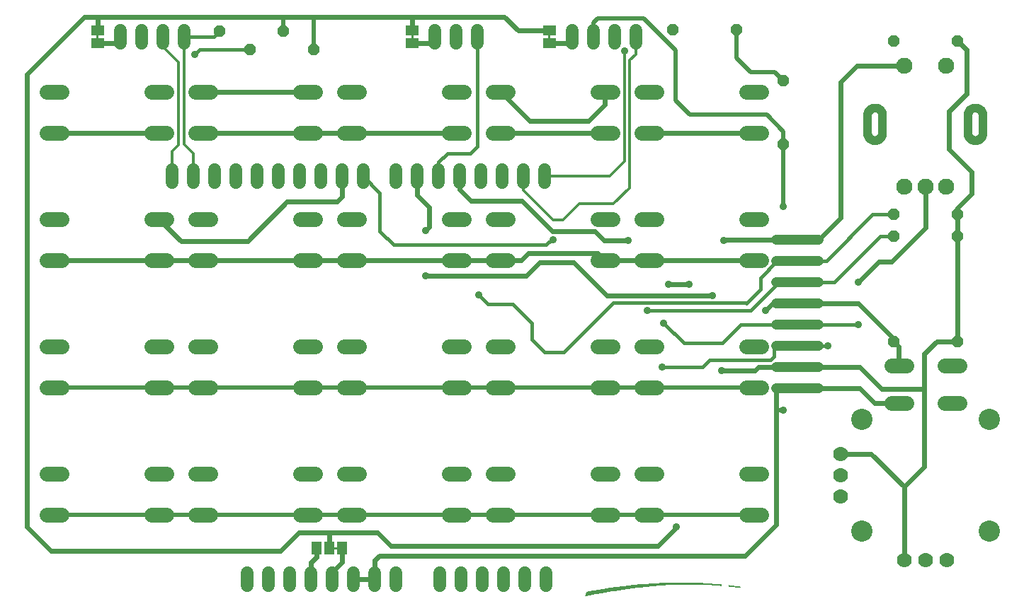
<source format=gbr>
G04 EAGLE Gerber RS-274X export*
G75*
%MOMM*%
%FSLAX34Y34*%
%LPD*%
%INTop Copper*%
%IPPOS*%
%AMOC8*
5,1,8,0,0,1.08239X$1,22.5*%
G01*
%ADD10R,0.076200X0.038100*%
%ADD11R,0.266700X0.038100*%
%ADD12R,0.419100X0.038100*%
%ADD13R,0.609600X0.038100*%
%ADD14R,0.838200X0.038100*%
%ADD15R,1.028700X0.038100*%
%ADD16R,1.219200X0.038100*%
%ADD17R,1.447800X0.038100*%
%ADD18R,1.600200X0.038100*%
%ADD19R,1.828800X0.038100*%
%ADD20R,2.019300X0.038100*%
%ADD21R,2.247900X0.038100*%
%ADD22R,2.438400X0.038100*%
%ADD23R,2.514600X0.038100*%
%ADD24R,2.552700X0.038100*%
%ADD25R,2.590800X0.038100*%
%ADD26R,2.667000X0.038100*%
%ADD27R,2.628900X0.038100*%
%ADD28R,2.705100X0.038100*%
%ADD29R,2.743200X0.038100*%
%ADD30R,2.781300X0.038100*%
%ADD31R,2.819400X0.038100*%
%ADD32R,2.857500X0.038100*%
%ADD33R,2.895600X0.038100*%
%ADD34R,2.933700X0.038100*%
%ADD35R,0.190500X0.038100*%
%ADD36R,3.009900X0.038100*%
%ADD37R,0.723900X0.038100*%
%ADD38R,3.162300X0.038100*%
%ADD39R,1.181100X0.038100*%
%ADD40R,3.200400X0.038100*%
%ADD41R,1.066800X0.038100*%
%ADD42R,3.238500X0.038100*%
%ADD43R,3.390900X0.038100*%
%ADD44R,0.381000X0.038100*%
%ADD45R,3.505200X0.038100*%
%ADD46R,3.733800X0.038100*%
%ADD47R,1.143000X0.038100*%
%ADD48R,4.000500X0.038100*%
%ADD49R,1.714500X0.038100*%
%ADD50R,4.419600X0.038100*%
%ADD51R,2.095500X0.038100*%
%ADD52R,8.610600X0.038100*%
%ADD53R,7.696200X0.038100*%
%ADD54R,6.515100X0.038100*%
%ADD55R,5.219700X0.038100*%
%ADD56C,1.524000*%
%ADD57C,1.790700*%
%ADD58C,2.540000*%
%ADD59C,1.778000*%
%ADD60C,1.778000*%
%ADD61C,1.930400*%
%ADD62C,1.016000*%
%ADD63R,1.168400X1.600200*%
%ADD64P,1.429621X8X202.500000*%
%ADD65P,1.429621X8X22.500000*%
%ADD66P,1.429621X8X112.500000*%
%ADD67R,1.600200X1.168400*%
%ADD68C,0.609600*%
%ADD69C,0.508000*%
%ADD70C,0.889000*%
%ADD71C,0.304800*%
%ADD72C,1.143000*%
%ADD73C,0.406400*%
%ADD74C,0.254000*%


D10*
X687245Y4915D03*
D11*
X688198Y5296D03*
D12*
X689341Y5677D03*
D13*
X690293Y6058D03*
D14*
X691436Y6439D03*
D15*
X692389Y6820D03*
D16*
X693341Y7201D03*
D17*
X694484Y7582D03*
D18*
X695627Y7963D03*
D19*
X696770Y8344D03*
D20*
X697723Y8725D03*
D21*
X698866Y9106D03*
D22*
X700199Y9487D03*
D23*
X702104Y9868D03*
D24*
X704200Y10249D03*
X706105Y10630D03*
D25*
X708581Y11011D03*
D26*
X710867Y11392D03*
D27*
X713344Y11773D03*
D28*
X715630Y12154D03*
X717916Y12535D03*
D29*
X720773Y12916D03*
D30*
X723250Y13297D03*
D31*
X725726Y13678D03*
D32*
X728584Y14059D03*
D33*
X731441Y14440D03*
D34*
X734299Y14821D03*
X737347Y15202D03*
D35*
X870920Y15118D03*
D36*
X740395Y15583D03*
D37*
X868634Y15499D03*
D38*
X743824Y15964D03*
D39*
X865586Y15880D03*
D40*
X747443Y16345D03*
D41*
X863110Y16261D03*
D42*
X751063Y16726D03*
D37*
X861395Y16642D03*
D43*
X754873Y17107D03*
D35*
X848599Y17107D03*
D44*
X860062Y17023D03*
D45*
X758873Y17488D03*
D13*
X846503Y17488D03*
D10*
X858538Y17404D03*
D46*
X764207Y17869D03*
D47*
X843836Y17869D03*
D48*
X769351Y18250D03*
D49*
X841360Y18250D03*
D50*
X775256Y18631D03*
D51*
X836788Y18631D03*
D52*
X800402Y19012D03*
D53*
X800783Y19393D03*
D54*
X800974Y19774D03*
D55*
X800974Y20155D03*
D46*
X800783Y20536D03*
D10*
X849554Y17892D03*
D56*
X192481Y500126D02*
X192481Y515366D01*
X217881Y515366D02*
X217881Y500126D01*
X243281Y500126D02*
X243281Y515366D01*
X268681Y515366D02*
X268681Y500126D01*
X294081Y500126D02*
X294081Y515366D01*
X319481Y515366D02*
X319481Y500126D01*
X344881Y500126D02*
X344881Y515366D01*
X370281Y515366D02*
X370281Y500126D01*
X395681Y500126D02*
X395681Y515366D01*
X421081Y515366D02*
X421081Y500126D01*
X460451Y500126D02*
X460451Y515366D01*
X485851Y515366D02*
X485851Y500126D01*
X511251Y500126D02*
X511251Y515366D01*
X536651Y515366D02*
X536651Y500126D01*
X562051Y500126D02*
X562051Y515366D01*
X587451Y515366D02*
X587451Y500126D01*
X612851Y500126D02*
X612851Y515366D01*
X638251Y515366D02*
X638251Y500126D01*
X512521Y32766D02*
X512521Y17526D01*
X537921Y17526D02*
X537921Y32766D01*
X563321Y32766D02*
X563321Y17526D01*
X588721Y17526D02*
X588721Y32766D01*
X614121Y32766D02*
X614121Y17526D01*
X639521Y17526D02*
X639521Y32766D01*
X282651Y32766D02*
X282651Y17526D01*
X308051Y17526D02*
X308051Y32766D01*
X333451Y32766D02*
X333451Y17526D01*
X358851Y17526D02*
X358851Y32766D01*
X384251Y32766D02*
X384251Y17526D01*
X409651Y17526D02*
X409651Y32766D01*
X435051Y32766D02*
X435051Y17526D01*
X460451Y17526D02*
X460451Y32766D01*
D57*
X60770Y559308D02*
X42863Y559308D01*
X167831Y559308D02*
X185738Y559308D01*
X60770Y609092D02*
X42863Y609092D01*
X167831Y609092D02*
X185738Y609092D01*
X220663Y559308D02*
X238570Y559308D01*
X345631Y559308D02*
X363538Y559308D01*
X238570Y609092D02*
X220663Y609092D01*
X345631Y609092D02*
X363538Y609092D01*
X398463Y559308D02*
X416370Y559308D01*
X523431Y559308D02*
X541338Y559308D01*
X416370Y609092D02*
X398463Y609092D01*
X523431Y609092D02*
X541338Y609092D01*
X576263Y559308D02*
X594170Y559308D01*
X701231Y559308D02*
X719138Y559308D01*
X594170Y609092D02*
X576263Y609092D01*
X701231Y609092D02*
X719138Y609092D01*
X754063Y559308D02*
X771970Y559308D01*
X879031Y559308D02*
X896938Y559308D01*
X771970Y609092D02*
X754063Y609092D01*
X879031Y609092D02*
X896938Y609092D01*
X60770Y406908D02*
X42863Y406908D01*
X167831Y406908D02*
X185738Y406908D01*
X60770Y456692D02*
X42863Y456692D01*
X167831Y456692D02*
X185738Y456692D01*
X220663Y406908D02*
X238570Y406908D01*
X345631Y406908D02*
X363538Y406908D01*
X238570Y456692D02*
X220663Y456692D01*
X345631Y456692D02*
X363538Y456692D01*
X398463Y406908D02*
X416370Y406908D01*
X523431Y406908D02*
X541338Y406908D01*
X416370Y456692D02*
X398463Y456692D01*
X523431Y456692D02*
X541338Y456692D01*
X576263Y406908D02*
X594170Y406908D01*
X701231Y406908D02*
X719138Y406908D01*
X594170Y456692D02*
X576263Y456692D01*
X701231Y456692D02*
X719138Y456692D01*
X754063Y406908D02*
X771970Y406908D01*
X879031Y406908D02*
X896938Y406908D01*
X771970Y456692D02*
X754063Y456692D01*
X879031Y456692D02*
X896938Y456692D01*
X60770Y254508D02*
X42863Y254508D01*
X167831Y254508D02*
X185738Y254508D01*
X60770Y304292D02*
X42863Y304292D01*
X167831Y304292D02*
X185738Y304292D01*
X220663Y254508D02*
X238570Y254508D01*
X345631Y254508D02*
X363538Y254508D01*
X238570Y304292D02*
X220663Y304292D01*
X345631Y304292D02*
X363538Y304292D01*
X398463Y254508D02*
X416370Y254508D01*
X523431Y254508D02*
X541338Y254508D01*
X416370Y304292D02*
X398463Y304292D01*
X523431Y304292D02*
X541338Y304292D01*
X576263Y254508D02*
X594170Y254508D01*
X701231Y254508D02*
X719138Y254508D01*
X594170Y304292D02*
X576263Y304292D01*
X701231Y304292D02*
X719138Y304292D01*
X754063Y254508D02*
X771970Y254508D01*
X879031Y254508D02*
X896938Y254508D01*
X771970Y304292D02*
X754063Y304292D01*
X879031Y304292D02*
X896938Y304292D01*
X60770Y102108D02*
X42863Y102108D01*
X167831Y102108D02*
X185738Y102108D01*
X60770Y151892D02*
X42863Y151892D01*
X167831Y151892D02*
X185738Y151892D01*
X220663Y102108D02*
X238570Y102108D01*
X345631Y102108D02*
X363538Y102108D01*
X238570Y151892D02*
X220663Y151892D01*
X345631Y151892D02*
X363538Y151892D01*
X398463Y102108D02*
X416370Y102108D01*
X523431Y102108D02*
X541338Y102108D01*
X416370Y151892D02*
X398463Y151892D01*
X523431Y151892D02*
X541338Y151892D01*
X576263Y102108D02*
X594170Y102108D01*
X701231Y102108D02*
X719138Y102108D01*
X594170Y151892D02*
X576263Y151892D01*
X701231Y151892D02*
X719138Y151892D01*
X754063Y102108D02*
X771970Y102108D01*
X879031Y102108D02*
X896938Y102108D01*
X771970Y151892D02*
X754063Y151892D01*
X879031Y151892D02*
X896938Y151892D01*
D58*
X1016800Y216675D03*
X1169200Y216675D03*
X1169200Y83325D03*
X1016800Y83325D03*
D59*
X1118400Y48400D03*
X1093000Y48400D03*
X1067600Y48400D03*
X991400Y150000D03*
X991400Y124600D03*
X991400Y175400D03*
D60*
X1115860Y236200D02*
X1133640Y236200D01*
X1070140Y236200D02*
X1052360Y236200D01*
X1052360Y281200D02*
X1070140Y281200D01*
X1115860Y281200D02*
X1133640Y281200D01*
D61*
X1068000Y495000D03*
X1093000Y495000D03*
X1118000Y495000D03*
X1068000Y640000D03*
X1118000Y640000D03*
D62*
X1144000Y580500D02*
X1144000Y559500D01*
X1162000Y559500D02*
X1162000Y580500D01*
X1161997Y580719D01*
X1161989Y580938D01*
X1161976Y581157D01*
X1161957Y581375D01*
X1161933Y581593D01*
X1161904Y581810D01*
X1161870Y582027D01*
X1161830Y582242D01*
X1161785Y582457D01*
X1161734Y582670D01*
X1161679Y582882D01*
X1161618Y583093D01*
X1161553Y583302D01*
X1161482Y583509D01*
X1161406Y583715D01*
X1161325Y583919D01*
X1161240Y584121D01*
X1161149Y584320D01*
X1161054Y584517D01*
X1160953Y584712D01*
X1160848Y584905D01*
X1160739Y585095D01*
X1160625Y585282D01*
X1160506Y585466D01*
X1160383Y585647D01*
X1160255Y585825D01*
X1160123Y586001D01*
X1159987Y586172D01*
X1159847Y586341D01*
X1159703Y586506D01*
X1159555Y586667D01*
X1159403Y586825D01*
X1159247Y586979D01*
X1159087Y587129D01*
X1158924Y587276D01*
X1158757Y587418D01*
X1158587Y587556D01*
X1158413Y587690D01*
X1158237Y587820D01*
X1158057Y587945D01*
X1157874Y588066D01*
X1157688Y588182D01*
X1157500Y588294D01*
X1157309Y588401D01*
X1157115Y588504D01*
X1156919Y588602D01*
X1156721Y588695D01*
X1156520Y588783D01*
X1156317Y588866D01*
X1156112Y588945D01*
X1155906Y589018D01*
X1155698Y589086D01*
X1155488Y589149D01*
X1155276Y589207D01*
X1155064Y589260D01*
X1154850Y589308D01*
X1154635Y589350D01*
X1154419Y589387D01*
X1154202Y589419D01*
X1153984Y589446D01*
X1153766Y589467D01*
X1153548Y589483D01*
X1153329Y589494D01*
X1153110Y589499D01*
X1152890Y589499D01*
X1152671Y589494D01*
X1152452Y589483D01*
X1152234Y589467D01*
X1152016Y589446D01*
X1151798Y589419D01*
X1151581Y589387D01*
X1151365Y589350D01*
X1151150Y589308D01*
X1150936Y589260D01*
X1150724Y589207D01*
X1150512Y589149D01*
X1150302Y589086D01*
X1150094Y589018D01*
X1149888Y588945D01*
X1149683Y588866D01*
X1149480Y588783D01*
X1149279Y588695D01*
X1149081Y588602D01*
X1148885Y588504D01*
X1148691Y588401D01*
X1148500Y588294D01*
X1148312Y588182D01*
X1148126Y588066D01*
X1147943Y587945D01*
X1147763Y587820D01*
X1147587Y587690D01*
X1147413Y587556D01*
X1147243Y587418D01*
X1147076Y587276D01*
X1146913Y587129D01*
X1146753Y586979D01*
X1146597Y586825D01*
X1146445Y586667D01*
X1146297Y586506D01*
X1146153Y586341D01*
X1146013Y586172D01*
X1145877Y586001D01*
X1145745Y585825D01*
X1145617Y585647D01*
X1145494Y585466D01*
X1145375Y585282D01*
X1145261Y585095D01*
X1145152Y584905D01*
X1145047Y584712D01*
X1144946Y584517D01*
X1144851Y584320D01*
X1144760Y584121D01*
X1144675Y583919D01*
X1144594Y583715D01*
X1144518Y583509D01*
X1144447Y583302D01*
X1144382Y583093D01*
X1144321Y582882D01*
X1144266Y582670D01*
X1144215Y582457D01*
X1144170Y582242D01*
X1144130Y582027D01*
X1144096Y581810D01*
X1144067Y581593D01*
X1144043Y581375D01*
X1144024Y581157D01*
X1144011Y580938D01*
X1144003Y580719D01*
X1144000Y580500D01*
X1144000Y559500D02*
X1144003Y559281D01*
X1144011Y559062D01*
X1144024Y558843D01*
X1144043Y558625D01*
X1144067Y558407D01*
X1144096Y558190D01*
X1144130Y557973D01*
X1144170Y557758D01*
X1144215Y557543D01*
X1144266Y557330D01*
X1144321Y557118D01*
X1144382Y556907D01*
X1144447Y556698D01*
X1144518Y556491D01*
X1144594Y556285D01*
X1144675Y556081D01*
X1144760Y555879D01*
X1144851Y555680D01*
X1144946Y555483D01*
X1145047Y555288D01*
X1145152Y555095D01*
X1145261Y554905D01*
X1145375Y554718D01*
X1145494Y554534D01*
X1145617Y554353D01*
X1145745Y554175D01*
X1145877Y553999D01*
X1146013Y553828D01*
X1146153Y553659D01*
X1146297Y553494D01*
X1146445Y553333D01*
X1146597Y553175D01*
X1146753Y553021D01*
X1146913Y552871D01*
X1147076Y552724D01*
X1147243Y552582D01*
X1147413Y552444D01*
X1147587Y552310D01*
X1147763Y552180D01*
X1147943Y552055D01*
X1148126Y551934D01*
X1148312Y551818D01*
X1148500Y551706D01*
X1148691Y551599D01*
X1148885Y551496D01*
X1149081Y551398D01*
X1149279Y551305D01*
X1149480Y551217D01*
X1149683Y551134D01*
X1149888Y551055D01*
X1150094Y550982D01*
X1150302Y550914D01*
X1150512Y550851D01*
X1150724Y550793D01*
X1150936Y550740D01*
X1151150Y550692D01*
X1151365Y550650D01*
X1151581Y550613D01*
X1151798Y550581D01*
X1152016Y550554D01*
X1152234Y550533D01*
X1152452Y550517D01*
X1152671Y550506D01*
X1152890Y550501D01*
X1153110Y550501D01*
X1153329Y550506D01*
X1153548Y550517D01*
X1153766Y550533D01*
X1153984Y550554D01*
X1154202Y550581D01*
X1154419Y550613D01*
X1154635Y550650D01*
X1154850Y550692D01*
X1155064Y550740D01*
X1155276Y550793D01*
X1155488Y550851D01*
X1155698Y550914D01*
X1155906Y550982D01*
X1156112Y551055D01*
X1156317Y551134D01*
X1156520Y551217D01*
X1156721Y551305D01*
X1156919Y551398D01*
X1157115Y551496D01*
X1157309Y551599D01*
X1157500Y551706D01*
X1157688Y551818D01*
X1157874Y551934D01*
X1158057Y552055D01*
X1158237Y552180D01*
X1158413Y552310D01*
X1158587Y552444D01*
X1158757Y552582D01*
X1158924Y552724D01*
X1159087Y552871D01*
X1159247Y553021D01*
X1159403Y553175D01*
X1159555Y553333D01*
X1159703Y553494D01*
X1159847Y553659D01*
X1159987Y553828D01*
X1160123Y553999D01*
X1160255Y554175D01*
X1160383Y554353D01*
X1160506Y554534D01*
X1160625Y554718D01*
X1160739Y554905D01*
X1160848Y555095D01*
X1160953Y555288D01*
X1161054Y555483D01*
X1161149Y555680D01*
X1161240Y555879D01*
X1161325Y556081D01*
X1161406Y556285D01*
X1161482Y556491D01*
X1161553Y556698D01*
X1161618Y556907D01*
X1161679Y557118D01*
X1161734Y557330D01*
X1161785Y557543D01*
X1161830Y557758D01*
X1161870Y557973D01*
X1161904Y558190D01*
X1161933Y558407D01*
X1161957Y558625D01*
X1161976Y558843D01*
X1161989Y559062D01*
X1161997Y559281D01*
X1162000Y559500D01*
X1042000Y559500D02*
X1042000Y580500D01*
X1024000Y580500D02*
X1024000Y559500D01*
X1024003Y559281D01*
X1024011Y559062D01*
X1024024Y558843D01*
X1024043Y558625D01*
X1024067Y558407D01*
X1024096Y558190D01*
X1024130Y557973D01*
X1024170Y557758D01*
X1024215Y557543D01*
X1024266Y557330D01*
X1024321Y557118D01*
X1024382Y556907D01*
X1024447Y556698D01*
X1024518Y556491D01*
X1024594Y556285D01*
X1024675Y556081D01*
X1024760Y555879D01*
X1024851Y555680D01*
X1024946Y555483D01*
X1025047Y555288D01*
X1025152Y555095D01*
X1025261Y554905D01*
X1025375Y554718D01*
X1025494Y554534D01*
X1025617Y554353D01*
X1025745Y554175D01*
X1025877Y553999D01*
X1026013Y553828D01*
X1026153Y553659D01*
X1026297Y553494D01*
X1026445Y553333D01*
X1026597Y553175D01*
X1026753Y553021D01*
X1026913Y552871D01*
X1027076Y552724D01*
X1027243Y552582D01*
X1027413Y552444D01*
X1027587Y552310D01*
X1027763Y552180D01*
X1027943Y552055D01*
X1028126Y551934D01*
X1028312Y551818D01*
X1028500Y551706D01*
X1028691Y551599D01*
X1028885Y551496D01*
X1029081Y551398D01*
X1029279Y551305D01*
X1029480Y551217D01*
X1029683Y551134D01*
X1029888Y551055D01*
X1030094Y550982D01*
X1030302Y550914D01*
X1030512Y550851D01*
X1030724Y550793D01*
X1030936Y550740D01*
X1031150Y550692D01*
X1031365Y550650D01*
X1031581Y550613D01*
X1031798Y550581D01*
X1032016Y550554D01*
X1032234Y550533D01*
X1032452Y550517D01*
X1032671Y550506D01*
X1032890Y550501D01*
X1033110Y550501D01*
X1033329Y550506D01*
X1033548Y550517D01*
X1033766Y550533D01*
X1033984Y550554D01*
X1034202Y550581D01*
X1034419Y550613D01*
X1034635Y550650D01*
X1034850Y550692D01*
X1035064Y550740D01*
X1035276Y550793D01*
X1035488Y550851D01*
X1035698Y550914D01*
X1035906Y550982D01*
X1036112Y551055D01*
X1036317Y551134D01*
X1036520Y551217D01*
X1036721Y551305D01*
X1036919Y551398D01*
X1037115Y551496D01*
X1037309Y551599D01*
X1037500Y551706D01*
X1037688Y551818D01*
X1037874Y551934D01*
X1038057Y552055D01*
X1038237Y552180D01*
X1038413Y552310D01*
X1038587Y552444D01*
X1038757Y552582D01*
X1038924Y552724D01*
X1039087Y552871D01*
X1039247Y553021D01*
X1039403Y553175D01*
X1039555Y553333D01*
X1039703Y553494D01*
X1039847Y553659D01*
X1039987Y553828D01*
X1040123Y553999D01*
X1040255Y554175D01*
X1040383Y554353D01*
X1040506Y554534D01*
X1040625Y554718D01*
X1040739Y554905D01*
X1040848Y555095D01*
X1040953Y555288D01*
X1041054Y555483D01*
X1041149Y555680D01*
X1041240Y555879D01*
X1041325Y556081D01*
X1041406Y556285D01*
X1041482Y556491D01*
X1041553Y556698D01*
X1041618Y556907D01*
X1041679Y557118D01*
X1041734Y557330D01*
X1041785Y557543D01*
X1041830Y557758D01*
X1041870Y557973D01*
X1041904Y558190D01*
X1041933Y558407D01*
X1041957Y558625D01*
X1041976Y558843D01*
X1041989Y559062D01*
X1041997Y559281D01*
X1042000Y559500D01*
X1042000Y580500D02*
X1041997Y580719D01*
X1041989Y580938D01*
X1041976Y581157D01*
X1041957Y581375D01*
X1041933Y581593D01*
X1041904Y581810D01*
X1041870Y582027D01*
X1041830Y582242D01*
X1041785Y582457D01*
X1041734Y582670D01*
X1041679Y582882D01*
X1041618Y583093D01*
X1041553Y583302D01*
X1041482Y583509D01*
X1041406Y583715D01*
X1041325Y583919D01*
X1041240Y584121D01*
X1041149Y584320D01*
X1041054Y584517D01*
X1040953Y584712D01*
X1040848Y584905D01*
X1040739Y585095D01*
X1040625Y585282D01*
X1040506Y585466D01*
X1040383Y585647D01*
X1040255Y585825D01*
X1040123Y586001D01*
X1039987Y586172D01*
X1039847Y586341D01*
X1039703Y586506D01*
X1039555Y586667D01*
X1039403Y586825D01*
X1039247Y586979D01*
X1039087Y587129D01*
X1038924Y587276D01*
X1038757Y587418D01*
X1038587Y587556D01*
X1038413Y587690D01*
X1038237Y587820D01*
X1038057Y587945D01*
X1037874Y588066D01*
X1037688Y588182D01*
X1037500Y588294D01*
X1037309Y588401D01*
X1037115Y588504D01*
X1036919Y588602D01*
X1036721Y588695D01*
X1036520Y588783D01*
X1036317Y588866D01*
X1036112Y588945D01*
X1035906Y589018D01*
X1035698Y589086D01*
X1035488Y589149D01*
X1035276Y589207D01*
X1035064Y589260D01*
X1034850Y589308D01*
X1034635Y589350D01*
X1034419Y589387D01*
X1034202Y589419D01*
X1033984Y589446D01*
X1033766Y589467D01*
X1033548Y589483D01*
X1033329Y589494D01*
X1033110Y589499D01*
X1032890Y589499D01*
X1032671Y589494D01*
X1032452Y589483D01*
X1032234Y589467D01*
X1032016Y589446D01*
X1031798Y589419D01*
X1031581Y589387D01*
X1031365Y589350D01*
X1031150Y589308D01*
X1030936Y589260D01*
X1030724Y589207D01*
X1030512Y589149D01*
X1030302Y589086D01*
X1030094Y589018D01*
X1029888Y588945D01*
X1029683Y588866D01*
X1029480Y588783D01*
X1029279Y588695D01*
X1029081Y588602D01*
X1028885Y588504D01*
X1028691Y588401D01*
X1028500Y588294D01*
X1028312Y588182D01*
X1028126Y588066D01*
X1027943Y587945D01*
X1027763Y587820D01*
X1027587Y587690D01*
X1027413Y587556D01*
X1027243Y587418D01*
X1027076Y587276D01*
X1026913Y587129D01*
X1026753Y586979D01*
X1026597Y586825D01*
X1026445Y586667D01*
X1026297Y586506D01*
X1026153Y586341D01*
X1026013Y586172D01*
X1025877Y586001D01*
X1025745Y585825D01*
X1025617Y585647D01*
X1025494Y585466D01*
X1025375Y585282D01*
X1025261Y585095D01*
X1025152Y584905D01*
X1025047Y584712D01*
X1024946Y584517D01*
X1024851Y584320D01*
X1024760Y584121D01*
X1024675Y583919D01*
X1024594Y583715D01*
X1024518Y583509D01*
X1024447Y583302D01*
X1024382Y583093D01*
X1024321Y582882D01*
X1024266Y582670D01*
X1024215Y582457D01*
X1024170Y582242D01*
X1024130Y582027D01*
X1024096Y581810D01*
X1024067Y581593D01*
X1024043Y581375D01*
X1024024Y581157D01*
X1024011Y580938D01*
X1024003Y580719D01*
X1024000Y580500D01*
D63*
X364998Y62484D03*
X380238Y62484D03*
X395478Y62484D03*
D64*
X1131100Y462000D03*
X1054900Y462000D03*
D65*
X1054900Y670000D03*
X1131100Y670000D03*
X1054900Y436000D03*
X1131100Y436000D03*
D64*
X1131100Y310000D03*
X1054900Y310000D03*
D56*
X130810Y666750D02*
X130810Y681990D01*
X156210Y681990D02*
X156210Y666750D01*
X181610Y666750D02*
X181610Y681990D01*
X207010Y681990D02*
X207010Y666750D01*
X670560Y666750D02*
X670560Y681990D01*
X695960Y681990D02*
X695960Y666750D01*
X721360Y666750D02*
X721360Y681990D01*
X746760Y681990D02*
X746760Y666750D01*
D64*
X325450Y681304D03*
X249250Y681304D03*
X362255Y659282D03*
X286055Y659282D03*
D65*
X791108Y683209D03*
X867308Y683209D03*
D66*
X923239Y546125D03*
X923239Y622325D03*
D56*
X506730Y666750D02*
X506730Y681990D01*
X532130Y681990D02*
X532130Y666750D01*
X557530Y666750D02*
X557530Y681990D01*
D67*
X103378Y681990D03*
X103378Y666750D03*
X643382Y681990D03*
X643382Y666750D03*
X479298Y681990D03*
X479298Y666750D03*
D68*
X585216Y609092D02*
X620141Y574167D01*
X710184Y593598D02*
X710184Y609092D01*
X690753Y574167D02*
X620141Y574167D01*
X690753Y574167D02*
X710184Y593598D01*
D69*
X913028Y632536D02*
X923239Y622325D01*
X913028Y632536D02*
X884301Y632536D01*
X867308Y649529D01*
X867308Y683209D01*
D70*
X733349Y657682D03*
D71*
X733400Y657631D01*
X733400Y525602D01*
X715543Y507746D02*
X638251Y507746D01*
X715543Y507746D02*
X733400Y525602D01*
X612851Y507746D02*
X612851Y490906D01*
X648310Y455447D01*
X660197Y455447D01*
X679399Y474650D02*
X720395Y474650D01*
X739750Y494005D01*
X739750Y646481D02*
X747141Y653872D01*
X747141Y673989D01*
X746760Y674370D01*
X679399Y474650D02*
X660197Y455447D01*
X739750Y494005D02*
X739750Y646481D01*
D68*
X536651Y507746D02*
X536651Y491795D01*
X550164Y478282D01*
D72*
X914400Y355600D02*
X965200Y355600D01*
D70*
X737616Y431038D03*
X785622Y378714D03*
D68*
X810260Y378714D01*
D70*
X810260Y378714D03*
X901954Y346710D03*
D68*
X910844Y355600D01*
X914400Y355600D01*
X965200Y355600D02*
X1012952Y355600D01*
X1054900Y313652D01*
X1054900Y310000D01*
X1061250Y303650D01*
X1061250Y281200D01*
X647012Y442379D02*
X611109Y478282D01*
X694979Y442379D02*
X695207Y442151D01*
X698228Y442151D01*
X709341Y431038D02*
X737616Y431038D01*
X611109Y478282D02*
X550164Y478282D01*
X647012Y442379D02*
X694979Y442379D01*
X698228Y442151D02*
X709341Y431038D01*
D73*
X511251Y507746D02*
X511251Y524586D01*
X521589Y534924D02*
X549021Y534924D01*
X557530Y543433D01*
X557530Y674370D01*
X521589Y534924D02*
X511251Y524586D01*
D70*
X495917Y388833D03*
X495993Y442841D03*
D68*
X485851Y484937D02*
X485851Y507746D01*
X485851Y484937D02*
X500126Y470662D01*
X500126Y446974D01*
X495993Y442841D01*
D72*
X914400Y431800D02*
X965200Y431800D01*
D70*
X838200Y365252D03*
X851916Y431038D03*
D68*
X852678Y431800D01*
X914400Y431800D01*
X965200Y431800D02*
X991362Y457962D01*
X1010840Y640000D02*
X1068000Y640000D01*
X1010840Y640000D02*
X991362Y620522D01*
X991362Y457962D01*
X631698Y404876D02*
X615655Y388833D01*
X631698Y404876D02*
X672338Y404876D01*
X711962Y365252D01*
X838200Y365252D01*
X615655Y388833D02*
X495917Y388833D01*
D70*
X559054Y366014D03*
D72*
X914400Y406400D02*
X923544Y406400D01*
X965200Y406400D01*
D73*
X895858Y372618D02*
X879094Y355854D01*
X895858Y372618D02*
X895858Y386334D01*
X915924Y406400D01*
X923544Y406400D01*
X965200Y406400D02*
X974598Y406400D01*
X1030198Y462000D02*
X1054900Y462000D01*
X1030198Y462000D02*
X974598Y406400D01*
X599440Y354838D02*
X570230Y354838D01*
X599440Y354838D02*
X622300Y331978D01*
X622300Y312420D02*
X637794Y296926D01*
X660400Y296926D01*
X570230Y354838D02*
X559054Y366014D01*
X622300Y331978D02*
X622300Y312420D01*
X660400Y296926D02*
X719618Y356144D01*
X878804Y356144D02*
X879094Y355854D01*
X878804Y356144D02*
X719618Y356144D01*
D68*
X176784Y559308D02*
X51816Y559308D01*
X229616Y559308D02*
X354584Y559308D01*
X407416Y559308D01*
X532384Y559308D01*
X585216Y559308D02*
X710184Y559308D01*
X763016Y559308D02*
X887984Y559308D01*
X176784Y406908D02*
X51816Y406908D01*
X176784Y406908D02*
X229616Y406908D01*
X354584Y406908D02*
X407416Y406908D01*
X532384Y406908D02*
X585216Y406908D01*
X354584Y406908D02*
X229616Y406908D01*
X407416Y406908D02*
X532384Y406908D01*
D69*
X888492Y406908D02*
X889000Y406400D01*
D68*
X763016Y406908D02*
X710184Y406908D01*
X763016Y406908D02*
X888492Y406908D01*
X609854Y406908D02*
X585216Y406908D01*
X701548Y415544D02*
X710184Y406908D01*
X618490Y415544D02*
X609854Y406908D01*
X618490Y415544D02*
X701548Y415544D01*
D69*
X176784Y254508D02*
X51816Y254508D01*
X176784Y254508D02*
X229616Y254508D01*
X355092Y254508D01*
X355600Y254000D01*
X354584Y254508D02*
X407416Y254508D01*
X532384Y254508D01*
X585216Y254508D01*
X710692Y254508D01*
X711200Y254000D01*
X710184Y254508D02*
X763016Y254508D01*
X887984Y254508D01*
X176784Y102108D02*
X51816Y102108D01*
X176784Y102108D02*
X229616Y102108D01*
X355092Y102108D01*
X355600Y101600D01*
X354584Y102108D02*
X407416Y102108D01*
X532384Y102108D01*
X583692Y102108D01*
X584200Y101600D01*
X585216Y102108D02*
X710184Y102108D01*
X763016Y102108D01*
X888492Y102108D01*
X889000Y101600D01*
D72*
X914400Y330200D02*
X965200Y330200D01*
D70*
X780034Y332232D03*
D73*
X965200Y330200D02*
X1013714Y330200D01*
D70*
X1012952Y330200D03*
D73*
X804228Y308039D02*
X780034Y332232D01*
X850075Y308039D02*
X872236Y330200D01*
X914400Y330200D01*
X850075Y308039D02*
X804228Y308039D01*
D72*
X914400Y304800D02*
X965200Y304800D01*
D70*
X778002Y279400D03*
D73*
X826516Y279400D01*
X912114Y302514D02*
X914400Y304800D01*
X912114Y302514D02*
X912114Y292354D01*
X907796Y288036D01*
X835152Y288036D02*
X826516Y279400D01*
X835152Y288036D02*
X907796Y288036D01*
D70*
X976376Y304800D03*
D73*
X965200Y304800D01*
D68*
X354584Y609092D02*
X229616Y609092D01*
X176784Y456692D02*
X203200Y430276D01*
X282702Y430276D01*
X329692Y477266D01*
X390144Y477266D02*
X395986Y483108D01*
X395986Y507441D01*
X390144Y477266D02*
X329692Y477266D01*
X395681Y507746D02*
X395986Y507441D01*
D73*
X457200Y425450D02*
X639826Y425450D01*
X646972Y432596D01*
X647609Y431960D01*
D70*
X647609Y431960D03*
D73*
X457200Y425450D02*
X440944Y441706D01*
X440944Y487883D02*
X421081Y507746D01*
X440944Y487883D02*
X440944Y441706D01*
D72*
X914400Y381000D02*
X965200Y381000D01*
D70*
X760496Y347127D03*
D73*
X883829Y347127D01*
X914400Y377698D02*
X914400Y381000D01*
X914400Y377698D02*
X883829Y347127D01*
X965200Y381000D02*
X983996Y381000D01*
X1038996Y436000D02*
X1054900Y436000D01*
X1038996Y436000D02*
X983996Y381000D01*
D71*
X207010Y674370D02*
X206553Y673913D01*
X206502Y673913D01*
D73*
X207010Y674370D02*
X242316Y674370D01*
X249250Y681304D01*
D71*
X207010Y674370D02*
X207010Y546354D01*
X217932Y535432D01*
X217932Y507797D01*
X217881Y507746D01*
X200025Y644500D02*
X180670Y663854D01*
X180670Y673430D01*
X181610Y674370D01*
D73*
X225323Y659282D02*
X286055Y659282D01*
X225323Y659282D02*
X219456Y653415D01*
D70*
X219456Y653415D03*
D71*
X200025Y644500D02*
X200025Y545211D01*
X192481Y537667D02*
X192481Y507746D01*
X192481Y537667D02*
X200025Y545211D01*
D68*
X364998Y62484D02*
X364998Y51816D01*
X358851Y45669D02*
X358851Y25146D01*
X358851Y45669D02*
X364998Y51816D01*
X384251Y33985D02*
X384251Y25146D01*
X384251Y33985D02*
X395732Y45466D01*
X395732Y62230D01*
D71*
X395478Y62484D01*
D72*
X914400Y254000D02*
X965200Y254000D01*
D68*
X914400Y254000D02*
X914400Y228067D01*
X914400Y90170D01*
X877341Y53111D01*
X435051Y47955D02*
X435051Y25146D01*
X440207Y53111D02*
X877341Y53111D01*
X440207Y53111D02*
X435051Y47955D01*
X435051Y25146D02*
X409651Y25146D01*
D69*
X695960Y674370D02*
X695960Y691464D01*
X701421Y696925D01*
X756056Y696925D01*
X794156Y658825D02*
X794156Y598399D01*
X811301Y581254D01*
D70*
X923163Y471907D03*
X923163Y227609D03*
D69*
X794156Y658825D02*
X756056Y696925D01*
X811301Y581254D02*
X903427Y581254D01*
X923163Y561518D01*
X923163Y471907D01*
X923163Y227609D02*
X914857Y227609D01*
X914400Y228067D01*
X923239Y546125D02*
X923239Y561442D01*
X923163Y561518D01*
D68*
X1093000Y495000D02*
X1093000Y446062D01*
D70*
X1012952Y381000D03*
D68*
X1052322Y405384D02*
X1093000Y446062D01*
X1037336Y405384D02*
X1012952Y381000D01*
X1037336Y405384D02*
X1052322Y405384D01*
X1061250Y236200D02*
X1032530Y236200D01*
X1014730Y254000D02*
X965200Y254000D01*
X1014730Y254000D02*
X1032530Y236200D01*
D72*
X965200Y279400D02*
X914400Y279400D01*
D68*
X438150Y81534D02*
X380086Y81534D01*
X438150Y81534D02*
X454533Y65151D01*
X773303Y65151D01*
X795528Y87376D01*
D73*
X795274Y87630D01*
D70*
X795274Y87630D03*
X849884Y274828D03*
D68*
X889000Y274828D01*
X893572Y279400D01*
X914400Y279400D01*
X380086Y81534D02*
X344043Y81534D01*
X321869Y59360D01*
X47701Y59360D01*
X18974Y88087D02*
X18974Y629564D01*
X18974Y88087D02*
X47701Y59360D01*
X380238Y62484D02*
X380238Y81382D01*
X380086Y81534D01*
X103510Y698525D02*
X87935Y698525D01*
X103510Y698525D02*
X325450Y698525D01*
X361721Y698525D01*
X480314Y698525D01*
D69*
X362255Y697992D02*
X362255Y659282D01*
X362255Y697992D02*
X361721Y698525D01*
X325450Y698525D02*
X325450Y681304D01*
D68*
X1121664Y585470D02*
X1142238Y606044D01*
X1142238Y659182D01*
X1131100Y436000D02*
X1131354Y435746D01*
X1028560Y175400D02*
X991400Y175400D01*
X1028560Y175400D02*
X1067816Y136144D01*
X1067816Y48616D01*
X1067600Y48400D01*
X1067816Y136144D02*
X1091692Y160020D01*
X1091692Y253746D01*
X1091692Y295148D01*
X1131100Y436000D02*
X1131100Y462000D01*
X1131100Y469938D01*
X1148080Y486918D01*
X1148080Y513334D01*
X1121664Y539750D02*
X1121664Y585470D01*
X1121664Y539750D02*
X1148080Y513334D01*
X1014476Y279400D02*
X965200Y279400D01*
X1014476Y279400D02*
X1040638Y253238D01*
X1091184Y253238D01*
X1091692Y253746D01*
X87935Y698525D02*
X18974Y629564D01*
X479298Y681990D02*
X479298Y697509D01*
X480314Y698525D01*
X606552Y681990D02*
X643382Y681990D01*
X590017Y698525D02*
X480314Y698525D01*
X590017Y698525D02*
X606552Y681990D01*
X1091692Y295148D02*
X1106544Y310000D01*
X1131100Y310000D01*
X1131100Y435492D01*
X1131354Y435746D01*
X1142238Y659182D02*
X1131420Y670000D01*
X1131100Y670000D01*
X103378Y681990D02*
X103378Y698393D01*
X103510Y698525D01*
X103378Y666750D02*
X123190Y666750D01*
X130810Y674370D01*
X643382Y666750D02*
X662940Y666750D01*
X670560Y674370D01*
X499110Y666750D02*
X479298Y666750D01*
X499110Y666750D02*
X506730Y674370D01*
D74*
X102870Y669290D02*
X102870Y679958D01*
X382524Y62230D02*
X393192Y62230D01*
X479298Y668528D02*
X479298Y679196D01*
X643128Y679958D02*
X643128Y669290D01*
M02*

</source>
